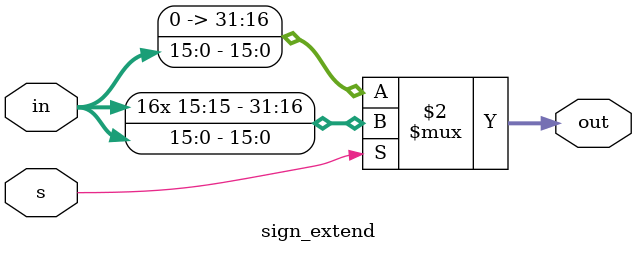
<source format=v>
module sign_extend#(parameter WIDTH = 16)
(
    input [WIDTH-1:0] in,
    input s,
    output [2*WIDTH-1:0] out
);

     /*always_comb begin
         if(in[WIDTH-1] == 1)
            out = {16'hffff,in};
         else
            out = {16'h0000,in};
        
    end*/
    assign out = (s == 1) ? { {WIDTH{in[WIDTH-1]}}, in[WIDTH-1:0] } : {16'h0000, in[WIDTH-1:0]};
endmodule
</source>
